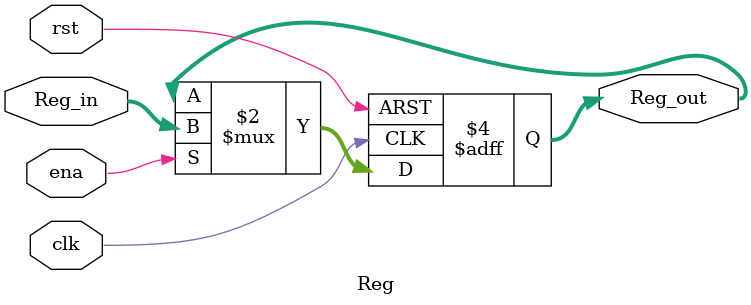
<source format=v>
`timescale 1ns / 1ps


module Reg(
    input clk,
	input rst,
	input ena,
	input [31:0] Reg_in,
	output reg [31:0] Reg_out
    );

	always@(negedge clk or posedge rst) begin
		if (rst) begin
			Reg_out <= 32'b0;
		end
		else if (ena) begin
			Reg_out <= Reg_in;
		end
	end

endmodule

</source>
